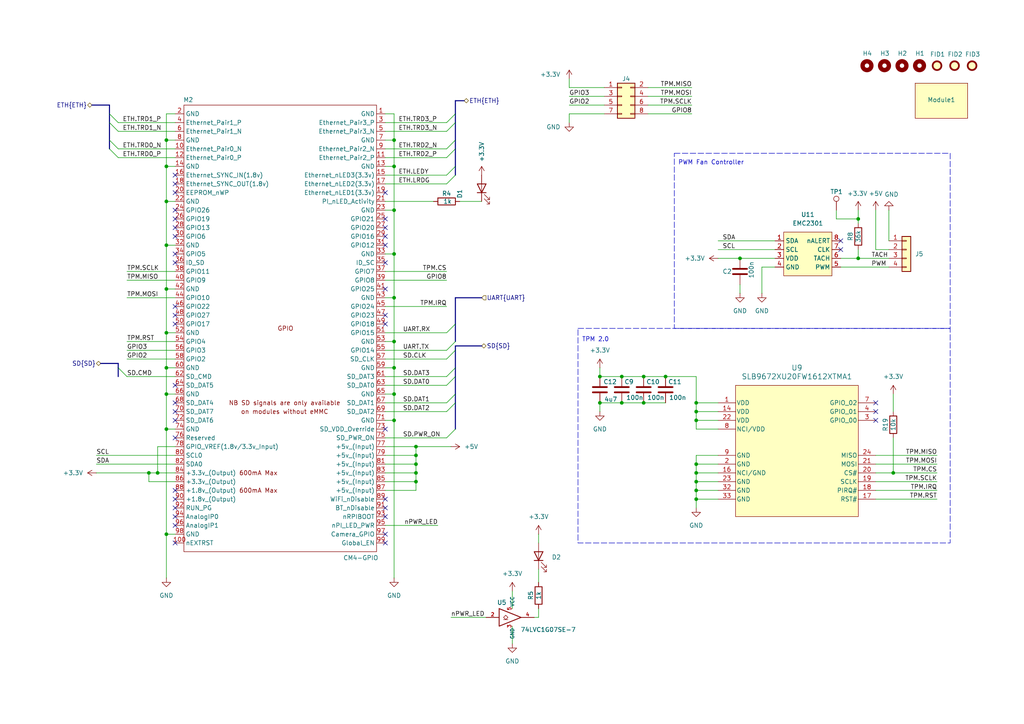
<source format=kicad_sch>
(kicad_sch (version 20250114) (generator "eeschema") (generator_version "9.0")
  (paper "A4")
  (title_block (title "HomeLabIO") (rev "v0.3"))
  (lib_symbols
    (symbol "Hardware Components:74LVC1G07SE-7"
      (property "Reference" "U" (at -3.048 4.318 0))
      (property "Value" "74LVC1G07SE-7" (at 10.414 -3.556 0))
      (symbol "74LVC1G07SE-7_1_1"
        (pin input line (at -7.62 0 0) (length 3.81) (name "~") (number "2"))
        (pin power_in line (at 0 2.54 90) (length 0) (name "VCC") (number "5"))
        (pin power_in line (at 0 -2.54 270) (length 0) (name "GND") (number "3"))
        (pin open_collector line (at 6.35 0 180) (length 3.81) (name "~") (number "4"))
      )
    )
    (symbol "Hardware Components:C_100n_0402_16V" (pin_numbers (hide yes)) (pin_names (offset 0.254))
      (property "Reference" "C" (at -3.302 0 90))
      (property "Value" "100n" (at 3.302 0 90))
      (symbol "C_100n_0402_16V_1_1"
        (pin passive line (at 0 3.81 270) (length 2.794) (name "~") (number "1"))
        (pin passive line (at 0 -3.81 90) (length 2.794) (name "~") (number "2"))
      )
    )
    (symbol "Hardware Components:C_4u7_0402_16V" (pin_numbers (hide yes)) (pin_names (offset 0.254))
      (property "Reference" "C" (at -3.556 0 90))
      (property "Value" "4u7" (at 3.556 0 90))
      (symbol "C_4u7_0402_16V_1_1"
        (pin passive line (at 0 3.81 270) (length 2.794) (name "~") (number "1"))
        (pin passive line (at 0 -3.81 90) (length 2.794) (name "~") (number "2"))
      )
    )
    (symbol "Hardware Components:Compute-Module-4_GPIO"
      (property "Reference" "M" (at -28.702 66.04 0))
      (property "Value" "Compute-Module-4_GPIO" (at 13.462 -65.786 0))
      (symbol "Compute-Module-4_GPIO_1_0"
        (text "GPIO" (at 0.254 0 0) (effects (font (size 1.27 1.27))))
      )
      (symbol "Compute-Module-4_GPIO_1_1"
        (text "600mA Max" (at -7.62 -41.91 0) (effects (font (size 1.27 1.27))))
        (text "600mA Max" (at -7.62 -46.99 0) (effects (font (size 1.27 1.27))))
        (text "NB SD signals are only available" (at 0 -21.59 0) (effects (font (size 1.27 1.27))))
        (text "on modules without eMMC" (at 0 -24.13 0) (effects (font (size 1.27 1.27))))
        (pin power_in line (at -31.75 62.23 0) (length 2.54) (name "GND") (number "2"))
        (pin passive line (at -31.75 59.69 0) (length 2.54) (name "Ethernet_Pair1_P") (number "4"))
        (pin passive line (at -31.75 57.15 0) (length 2.54) (name "Ethernet_Pair1_N") (number "6"))
        (pin power_in line (at -31.75 54.61 0) (length 2.54) (name "GND") (number "8"))
        (pin passive line (at -31.75 52.07 0) (length 2.54) (name "Ethernet_Pair0_N") (number "10"))
        (pin passive line (at -31.75 49.53 0) (length 2.54) (name "Ethernet_Pair0_P") (number "12"))
        (pin power_in line (at -31.75 46.99 0) (length 2.54) (name "GND") (number "14"))
        (pin input line (at -31.75 44.45 0) (length 2.54) (name "Ethernet_SYNC_IN(1.8v)") (number "16"))
        (pin input line (at -31.75 41.91 0) (length 2.54) (name "Ethernet_SYNC_OUT(1.8v)") (number "18"))
        (pin passive line (at -31.75 39.37 0) (length 2.54) (name "EEPROM_nWP") (number "20"))
        (pin power_in line (at -31.75 36.83 0) (length 2.54) (name "GND") (number "22"))
        (pin passive line (at -31.75 34.29 0) (length 2.54) (name "GPIO26") (number "24"))
        (pin passive line (at -31.75 31.75 0) (length 2.54) (name "GPIO19") (number "26"))
        (pin passive line (at -31.75 29.21 0) (length 2.54) (name "GPIO13") (number "28"))
        (pin passive line (at -31.75 26.67 0) (length 2.54) (name "GPIO6") (number "30"))
        (pin power_in line (at -31.75 24.13 0) (length 2.54) (name "GND") (number "32"))
        (pin passive line (at -31.75 21.59 0) (length 2.54) (name "GPIO5") (number "34"))
        (pin passive line (at -31.75 19.05 0) (length 2.54) (name "ID_SD") (number "36"))
        (pin passive line (at -31.75 16.51 0) (length 2.54) (name "GPIO11") (number "38"))
        (pin passive line (at -31.75 13.97 0) (length 2.54) (name "GPIO9") (number "40"))
        (pin power_in line (at -31.75 11.43 0) (length 2.54) (name "GND") (number "42"))
        (pin passive line (at -31.75 8.89 0) (length 2.54) (name "GPIO10") (number "44"))
        (pin passive line (at -31.75 6.35 0) (length 2.54) (name "GPIO22") (number "46"))
        (pin passive line (at -31.75 3.81 0) (length 2.54) (name "GPIO27") (number "48"))
        (pin passive line (at -31.75 1.27 0) (length 2.54) (name "GPIO17") (number "50"))
        (pin power_in line (at -31.75 -1.27 0) (length 2.54) (name "GND") (number "52"))
        (pin passive line (at -31.75 -3.81 0) (length 2.54) (name "GPIO4") (number "54"))
        (pin passive line (at -31.75 -6.35 0) (length 2.54) (name "GPIO3") (number "56"))
        (pin passive line (at -31.75 -8.89 0) (length 2.54) (name "GPIO2") (number "58"))
        (pin power_in line (at -31.75 -11.43 0) (length 2.54) (name "GND") (number "60"))
        (pin passive line (at -31.75 -13.97 0) (length 2.54) (name "SD_CMD") (number "62"))
        (pin passive line (at -31.75 -16.51 0) (length 2.54) (name "SD_DAT5") (number "64"))
        (pin power_in line (at -31.75 -19.05 0) (length 2.54) (name "GND") (number "66"))
        (pin passive line (at -31.75 -21.59 0) (length 2.54) (name "SD_DAT4") (number "68"))
        (pin passive line (at -31.75 -24.13 0) (length 2.54) (name "SD_DAT7") (number "70"))
        (pin passive line (at -31.75 -26.67 0) (length 2.54) (name "SD_DAT6") (number "72"))
        (pin power_in line (at -31.75 -29.21 0) (length 2.54) (name "GND") (number "74"))
        (pin passive line (at -31.75 -31.75 0) (length 2.54) (name "Reserved") (number "76"))
        (pin power_in line (at -31.75 -34.29 0) (length 2.54) (name "GPIO_VREF(1.8v/3.3v_Input)") (number "78"))
        (pin passive line (at -31.75 -36.83 0) (length 2.54) (name "SCL0") (number "80"))
        (pin passive line (at -31.75 -39.37 0) (length 2.54) (name "SDA0") (number "82"))
        (pin power_out line (at -31.75 -41.91 0) (length 2.54) (name "+3.3v_(Output)") (number "84"))
        (pin power_out line (at -31.75 -44.45 0) (length 2.54) (name "+3.3v_(Output)") (number "86"))
        (pin power_out line (at -31.75 -46.99 0) (length 2.54) (name "+1.8v_(Output)") (number "88"))
        (pin power_out line (at -31.75 -49.53 0) (length 2.54) (name "+1.8v_(Output)") (number "90"))
        (pin passive line (at -31.75 -52.07 0) (length 2.54) (name "RUN_PG") (number "92"))
        (pin passive line (at -31.75 -54.61 0) (length 2.54) (name "AnalogIP0") (number "94"))
        (pin passive line (at -31.75 -57.15 0) (length 2.54) (name "AnalogIP1") (number "96"))
        (pin power_in line (at -31.75 -59.69 0) (length 2.54) (name "GND") (number "98"))
        (pin output line (at -31.75 -62.23 0) (length 2.54) (name "nEXTRST") (number "100"))
        (pin power_in line (at 29.21 62.23 180) (length 2.54) (name "GND") (number "1"))
        (pin passive line (at 29.21 59.69 180) (length 2.54) (name "Ethernet_Pair3_P") (number "3"))
        (pin passive line (at 29.21 57.15 180) (length 2.54) (name "Ethernet_Pair3_N") (number "5"))
        (pin power_in line (at 29.21 54.61 180) (length 2.54) (name "GND") (number "7"))
        (pin passive line (at 29.21 52.07 180) (length 2.54) (name "Ethernet_Pair2_N") (number "9"))
        (pin passive line (at 29.21 49.53 180) (length 2.54) (name "Ethernet_Pair2_P") (number "11"))
        (pin power_in line (at 29.21 46.99 180) (length 2.54) (name "GND") (number "13"))
        (pin output line (at 29.21 44.45 180) (length 2.54) (name "Ethernet_nLED3(3.3v)") (number "15"))
        (pin output line (at 29.21 41.91 180) (length 2.54) (name "Ethernet_nLED2(3.3v)") (number "17"))
        (pin output line (at 29.21 39.37 180) (length 2.54) (name "Ethernet_nLED1(3.3v)") (number "19"))
        (pin open_collector line (at 29.21 36.83 180) (length 2.54) (name "PI_nLED_Activity") (number "21"))
        (pin power_in line (at 29.21 34.29 180) (length 2.54) (name "GND") (number "23"))
        (pin passive line (at 29.21 31.75 180) (length 2.54) (name "GPIO21") (number "25"))
        (pin passive line (at 29.21 29.21 180) (length 2.54) (name "GPIO20") (number "27"))
        (pin passive line (at 29.21 26.67 180) (length 2.54) (name "GPIO16") (number "29"))
        (pin passive line (at 29.21 24.13 180) (length 2.54) (name "GPIO12") (number "31"))
        (pin power_in line (at 29.21 21.59 180) (length 2.54) (name "GND") (number "33"))
        (pin passive line (at 29.21 19.05 180) (length 2.54) (name "ID_SC") (number "35"))
        (pin passive line (at 29.21 16.51 180) (length 2.54) (name "GPIO7") (number "37"))
        (pin passive line (at 29.21 13.97 180) (length 2.54) (name "GPIO8") (number "39"))
        (pin passive line (at 29.21 11.43 180) (length 2.54) (name "GPIO25") (number "41"))
        (pin power_in line (at 29.21 8.89 180) (length 2.54) (name "GND") (number "43"))
        (pin passive line (at 29.21 6.35 180) (length 2.54) (name "GPIO24") (number "45"))
        (pin passive line (at 29.21 3.81 180) (length 2.54) (name "GPIO23") (number "47"))
        (pin passive line (at 29.21 1.27 180) (length 2.54) (name "GPIO18") (number "49"))
        (pin passive line (at 29.21 -1.27 180) (length 2.54) (name "GPIO15") (number "51"))
        (pin power_in line (at 29.21 -3.81 180) (length 2.54) (name "GND") (number "53"))
        (pin passive line (at 29.21 -6.35 180) (length 2.54) (name "GPIO14") (number "55"))
        (pin passive line (at 29.21 -8.89 180) (length 2.54) (name "SD_CLK") (number "57"))
        (pin power_in line (at 29.21 -11.43 180) (length 2.54) (name "GND") (number "59"))
        (pin passive line (at 29.21 -13.97 180) (length 2.54) (name "SD_DAT3") (number "61"))
        (pin passive line (at 29.21 -16.51 180) (length 2.54) (name "SD_DAT0") (number "63"))
        (pin power_in line (at 29.21 -19.05 180) (length 2.54) (name "GND") (number "65"))
        (pin passive line (at 29.21 -21.59 180) (length 2.54) (name "SD_DAT1") (number "67"))
        (pin passive line (at 29.21 -24.13 180) (length 2.54) (name "SD_DAT2") (number "69"))
        (pin power_in line (at 29.21 -26.67 180) (length 2.54) (name "GND") (number "71"))
        (pin input line (at 29.21 -29.21 180) (length 2.54) (name "SD_VDD_Override") (number "73"))
        (pin output line (at 29.21 -31.75 180) (length 2.54) (name "SD_PWR_ON") (number "75"))
        (pin power_in line (at 29.21 -34.29 180) (length 2.54) (name "+5v_(Input)") (number "77"))
        (pin power_in line (at 29.21 -36.83 180) (length 2.54) (name "+5v_(Input)") (number "79"))
        (pin power_in line (at 29.21 -39.37 180) (length 2.54) (name "+5v_(Input)") (number "81"))
        (pin power_in line (at 29.21 -41.91 180) (length 2.54) (name "+5v_(Input)") (number "83"))
        (pin power_in line (at 29.21 -44.45 180) (length 2.54) (name "+5v_(Input)") (number "85"))
        (pin power_in line (at 29.21 -46.99 180) (length 2.54) (name "+5v_(Input)") (number "87"))
        (pin power_in line (at 29.21 -49.53 180) (length 2.54) (name "WiFi_nDisable") (number "89"))
        (pin power_in line (at 29.21 -52.07 180) (length 2.54) (name "BT_nDisable") (number "91"))
        (pin input line (at 29.21 -54.61 180) (length 2.54) (name "nRPIBOOT") (number "93"))
        (pin output line (at 29.21 -57.15 180) (length 2.54) (name "nPI_LED_PWR") (number "95"))
        (pin passive line (at 29.21 -59.69 180) (length 2.54) (name "Camera_GPIO") (number "97"))
        (pin input line (at 29.21 -62.23 180) (length 2.54) (name "Global_EN") (number "99"))
      )
    )
    (symbol "Hardware Components:Compute-Module-4_H1" (in_bom no)
      (property "Reference" "M" (at 0 0.254 0))
    )
    (symbol "Hardware Components:Conn_PinHeader_1x04_P2.54mm_Horizontal_Latch" (pin_names (offset 1.016) (hide yes))
      (property "Reference" "J" (at 2.54 -1.2699 0))
      (symbol "Conn_PinHeader_1x04_P2.54mm_Horizontal_Latch_1_1"
        (pin passive line (at -5.08 2.54 0) (length 3.81) (name "Pin_1") (number "1"))
        (pin passive line (at -5.08 0 0) (length 3.81) (name "Pin_2") (number "2"))
        (pin passive line (at -5.08 -2.54 0) (length 3.81) (name "Pin_3") (number "3"))
        (pin passive line (at -5.08 -5.08 0) (length 3.81) (name "Pin_4") (number "4"))
      )
    )
    (symbol "Hardware Components:Conn_PinHeader_2x04_P2.54mm_Vertical" (pin_names (offset 1.016) (hide yes))
      (property "Reference" "J4" (at 1.27 5.08 0))
      (symbol "Conn_PinHeader_2x04_P2.54mm_Vertical_1_1"
        (pin passive line (at -5.08 2.54 0) (length 3.81) (name "Pin_1") (number "1"))
        (pin passive line (at -5.08 0 0) (length 3.81) (name "Pin_3") (number "3"))
        (pin passive line (at -5.08 -2.54 0) (length 3.81) (name "Pin_5") (number "5"))
        (pin passive line (at -5.08 -5.08 0) (length 3.81) (name "Pin_7") (number "7"))
        (pin passive line (at 7.62 2.54 180) (length 3.81) (name "Pin_2") (number "2"))
        (pin passive line (at 7.62 0 180) (length 3.81) (name "Pin_4") (number "4"))
        (pin passive line (at 7.62 -2.54 180) (length 3.81) (name "Pin_6") (number "6"))
        (pin passive line (at 7.62 -5.08 180) (length 3.81) (name "Pin_8") (number "8"))
      )
    )
    (symbol "Hardware Components:Driver_EMC2301"
      (property "Reference" "U" (at -7.62 13.97 0))
      (property "Value" "EMC2301" (at -1.27 -1.27 0))
      (symbol "Driver_EMC2301_0_0"
        (pin open_collector line (at -11.43 10.16 0) (length 2.54) (name "SDA") (number "1"))
        (pin open_collector line (at -11.43 7.62 0) (length 2.54) (name "SCL") (number "2"))
        (pin power_in line (at -11.43 5.08 0) (length 2.54) (name "VDD") (number "3"))
        (pin power_in line (at -11.43 2.54 0) (length 2.54) (name "GND") (number "4"))
        (pin open_collector line (at 7.62 10.16 180) (length 2.54) (name "nALERT") (number "8"))
        (pin input line (at 7.62 7.62 180) (length 2.54) (name "CLK") (number "7"))
        (pin input line (at 7.62 5.08 180) (length 2.54) (name "TACH") (number "6"))
        (pin output line (at 7.62 2.54 180) (length 2.54) (name "PWM") (number "5"))
      )
    )
    (symbol "Hardware Components:LED_G_0603_LTST-C191KGKT" (pin_numbers (hide yes)) (pin_names (hide yes))
      (property "Reference" "D" (at -0.508 2.794 0))
      (symbol "LED_G_0603_LTST-C191KGKT_1_1"
        (pin passive line (at -3.81 0 0) (length 2.54) (name "K") (number "1"))
        (pin passive line (at 3.81 0 180) (length 2.54) (name "A") (number "2"))
      )
    )
    (symbol "Hardware Components:LED_R_0603_LTST-C191KRKT" (pin_numbers (hide yes)) (pin_names (hide yes))
      (property "Reference" "D" (at -0.3174 -3.81 90))
      (symbol "LED_R_0603_LTST-C191KRKT_1_1"
        (pin passive line (at -3.81 0 0) (length 2.54) (name "K") (number "1"))
        (pin passive line (at 3.81 0 180) (length 2.54) (name "A") (number "2"))
      )
    )
    (symbol "Hardware Components:R_10k_0402_50V" (pin_numbers (hide yes)) (pin_names (offset 0))
      (property "Reference" "R" (at 0 0 90))
      (property "Value" "10k" (at 2.286 0 90))
      (symbol "R_10k_0402_50V_1_1"
        (pin passive line (at 0 3.81 270) (length 1.27) (name "~") (number "1"))
        (pin passive line (at 0 -3.81 90) (length 1.27) (name "~") (number "2"))
      )
    )
    (symbol "Hardware Components:R_1k_0402_75V" (pin_numbers (hide yes)) (pin_names (offset 0))
      (property "Reference" "R" (at 0 0 90))
      (property "Value" "1k" (at 2.032 0 90))
      (symbol "R_1k_0402_75V_1_1"
        (pin passive line (at 0 3.81 270) (length 1.27) (name "~") (number "1"))
        (pin passive line (at 0 -3.81 90) (length 1.27) (name "~") (number "2"))
      )
    )
    (symbol "Hardware Components:R_36k_0402_50V" (pin_numbers (hide yes)) (pin_names (offset 0))
      (property "Reference" "R" (at -2.286 0 90))
      (property "Value" "36k" (at 0 0 90))
      (symbol "R_36k_0402_50V_1_1"
        (pin passive line (at 0 3.81 270) (length 1.27) (name "~") (number "1"))
        (pin passive line (at 0 -3.81 90) (length 1.27) (name "~") (number "2"))
      )
    )
    (symbol "Hardware Components:SLB9672XU20FW1610XTMA1" (pin_names (offset 0.254))
      (property "Reference" "U" (at 0 24.13 0))
      (property "Value" "SLB9672XU20FW1612XTMA1" (at 0 21.59 0))
      (symbol "SLB9672XU20FW1610XTMA1_0_1"
        (pin power_in line (at -22.86 13.97 0) (length 5.08) (name "VDD") (number "1"))
        (pin power_in line (at -22.86 11.43 0) (length 5.08) (name "VDD") (number "14"))
        (pin power_in line (at -22.86 8.89 0) (length 5.08) (name "VDD") (number "22"))
        (pin unspecified line (at -22.86 6.35 0) (length 5.08) (name "NCI/VDD") (number "8"))
        (pin power_out line (at -22.86 -1.27 0) (length 5.08) (name "GND") (number "9"))
        (pin power_out line (at -22.86 -3.81 0) (length 5.08) (name "GND") (number "2"))
        (pin unspecified line (at -22.86 -6.35 0) (length 5.08) (name "NCI/GND") (number "16"))
        (pin power_out line (at -22.86 -8.89 0) (length 5.08) (name "GND") (number "23"))
        (pin power_out line (at -22.86 -11.43 0) (length 5.08) (name "GND") (number "32"))
        (pin bidirectional line (at 22.86 13.97 180) (length 5.08) (name "GPIO_02") (number "7"))
        (pin bidirectional line (at 22.86 11.43 180) (length 5.08) (name "GPIO_01") (number "4"))
        (pin bidirectional line (at 22.86 8.89 180) (length 5.08) (name "GPIO_00") (number "3"))
        (pin output line (at 22.86 -1.27 180) (length 5.08) (name "MISO") (number "24"))
        (pin input line (at 22.86 -3.81 180) (length 5.08) (name "MOSI") (number "21"))
        (pin input line (at 22.86 -6.35 180) (length 5.08) (name "CS#") (number "20"))
        (pin input line (at 22.86 -8.89 180) (length 5.08) (name "SCLK") (number "19"))
        (pin output line (at 22.86 -11.43 180) (length 5.08) (name "PIRQ#") (number "18"))
        (pin input line (at 22.86 -13.97 180) (length 5.08) (name "RST#") (number "17"))
      )
      (symbol "SLB9672XU20FW1610XTMA1_1_1"
        (pin power_out line (at -22.86 -13.97 0) (length 5.08) (name "GND") (number "33"))
      )
    )
    (symbol "HomeLabIO:TestPoint" (pin_numbers (hide yes)) (pin_names (offset 0.762) (hide yes))
      (property "Reference" "TP" (at 0 6.858 0))
      (property "Value" "TestPoint" (at 0 5.08 0))
      (symbol "TestPoint_1_1"
        (pin passive line (at 0 0 90) (length 2.54) (name "1") (number "1"))
      )
    )
    (symbol "Mechanical:Fiducial" (exclude_from_sim yes) (in_bom no)
      (property "Reference" "FID" (at 0 5.08 0))
      (property "Value" "Fiducial" (at 0 3.175 0))
    )
    (symbol "Mechanical:MountingHole" (pin_names (offset 1.016)) (exclude_from_sim yes) (in_bom no)
      (property "Reference" "H" (at 0 5.08 0))
      (property "Value" "MountingHole" (at 0 3.175 0))
    )
    (symbol "power:+3.3V" (power) (pin_numbers (hide yes)) (pin_names (offset 0) (hide yes))
      (property "Value" "+3.3V" (at 0 3.556 0))
      (symbol "+3.3V_1_1"
        (pin power_in line (at 0 0 90) (length 0) (name "~") (number "1"))
      )
    )
    (symbol "power:+5V" (power) (pin_numbers (hide yes)) (pin_names (offset 0) (hide yes))
      (property "Value" "+5V" (at 0 3.556 0))
      (symbol "+5V_1_1"
        (pin power_in line (at 0 0 90) (length 0) (name "~") (number "1"))
      )
    )
    (symbol "power:GND" (power) (pin_numbers (hide yes)) (pin_names (offset 0) (hide yes))
      (property "Value" "GND" (at 0 -3.81 0))
      (symbol "GND_1_1"
        (pin power_in line (at 0 0 270) (length 0) (name "~") (number "1"))
      )
    )
  )
  (bus_alias "ETH" (members "TRD0_P" "TRD0_N" "TRD1_P" "TRD1_N" "TRD2_P" "TRD2_N" "TRD3_P" "TRD3_N" "LEDY" "LRDG"))
  (bus_alias "SD" (members "DAT0" "DAT1" "DAT2" "DAT3" "CMD" "CLK" "PWR_ON"))
  (rectangle (start 195.58 44.45) (end 275.59 95.25) (stroke (width 0) (type dash)))
  (rectangle (start 167.64 95.25) (end 275.59 157.48) (stroke (width 0) (type dash)))
  (text "PWM Fan Controller" (at 206.248 47.244 0) (effects (font (size 1.27 1.27))))
  (text "TPM 2.0" (at 172.72 98.552 0) (effects (font (size 1.27 1.27))))
  (junction (at 48.26 48.26))
  (junction (at 114.3 60.96))
  (junction (at 120.65 137.16))
  (junction (at 114.3 114.3))
  (junction (at 48.26 96.52))
  (junction (at 48.26 124.46))
  (junction (at 193.04 109.22))
  (junction (at 248.92 63.5))
  (junction (at 48.26 154.94))
  (junction (at 114.3 86.36))
  (junction (at 48.26 114.3))
  (junction (at 114.3 106.68))
  (junction (at 180.34 116.84))
  (junction (at 48.26 58.42))
  (junction (at 45.72 137.16))
  (junction (at 114.3 48.26))
  (junction (at 48.26 71.12))
  (junction (at 186.69 109.22))
  (junction (at 114.3 121.92))
  (junction (at 259.08 137.16))
  (junction (at 201.93 144.78))
  (junction (at 43.18 137.16))
  (junction (at 173.99 109.22))
  (junction (at 120.65 134.62))
  (junction (at 173.99 116.84))
  (junction (at 48.26 83.82))
  (junction (at 120.65 129.54))
  (junction (at 201.93 134.62))
  (junction (at 201.93 119.38))
  (junction (at 201.93 142.24))
  (junction (at 214.63 74.93))
  (junction (at 114.3 40.64))
  (junction (at 186.69 116.84))
  (junction (at 248.92 74.93))
  (junction (at 201.93 121.92))
  (junction (at 48.26 40.64))
  (junction (at 201.93 137.16))
  (junction (at 201.93 116.84))
  (junction (at 120.65 132.08))
  (junction (at 201.93 139.7))
  (junction (at 120.65 139.7))
  (junction (at 180.34 109.22))
  (junction (at 114.3 99.06))
  (junction (at 114.3 73.66))
  (junction (at 48.26 106.68))
  (no_connect (at 254 116.84))
  (no_connect (at 50.8 91.44))
  (no_connect (at 50.8 111.76))
  (no_connect (at 111.76 157.48))
  (no_connect (at 243.84 69.85))
  (no_connect (at 50.8 73.66))
  (no_connect (at 111.76 91.44))
  (no_connect (at 111.76 147.32))
  (no_connect (at 50.8 93.98))
  (no_connect (at 50.8 53.34))
  (no_connect (at 50.8 68.58))
  (no_connect (at 111.76 154.94))
  (no_connect (at 111.76 144.78))
  (no_connect (at 111.76 149.86))
  (no_connect (at 254 121.92))
  (no_connect (at 111.76 76.2))
  (no_connect (at 50.8 66.04))
  (no_connect (at 50.8 116.84))
  (no_connect (at 50.8 147.32))
  (no_connect (at 50.8 149.86))
  (no_connect (at 50.8 142.24))
  (no_connect (at 111.76 55.88))
  (no_connect (at 111.76 63.5))
  (no_connect (at 50.8 152.4))
  (no_connect (at 111.76 66.04))
  (no_connect (at 50.8 127))
  (no_connect (at 50.8 88.9))
  (no_connect (at 111.76 71.12))
  (no_connect (at 50.8 119.38))
  (no_connect (at 50.8 63.5))
  (no_connect (at 111.76 83.82))
  (no_connect (at 111.76 93.98))
  (no_connect (at 243.84 72.39))
  (no_connect (at 111.76 124.46))
  (no_connect (at 111.76 68.58))
  (no_connect (at 50.8 76.2))
  (no_connect (at 50.8 55.88))
  (no_connect (at 50.8 144.78))
  (no_connect (at 50.8 50.8))
  (no_connect (at 254 119.38))
  (no_connect (at 50.8 121.92))
  (no_connect (at 50.8 60.96))
  (no_connect (at 50.8 157.48))
  (bus_entry (at 31.75 40.64) (size 2.54 2.54))
  (bus_entry (at 132.08 35.56) (size -2.54 2.54))
  (bus_entry (at 132.08 116.84) (size -2.54 2.54))
  (bus_entry (at 132.08 101.6) (size -2.54 2.54))
  (bus_entry (at 132.08 114.3) (size -2.54 2.54))
  (bus_entry (at 132.08 40.64) (size -2.54 2.54))
  (bus_entry (at 132.08 124.46) (size -2.54 2.54))
  (bus_entry (at 31.75 43.18) (size 2.54 2.54))
  (bus_entry (at 132.08 106.68) (size -2.54 2.54))
  (bus_entry (at 132.08 33.02) (size -2.54 2.54))
  (bus_entry (at 132.08 93.98) (size -2.54 2.54))
  (bus_entry (at 132.08 50.8) (size -2.54 2.54))
  (bus_entry (at 34.29 106.68) (size 2.54 2.54))
  (bus_entry (at 132.08 48.26) (size -2.54 2.54))
  (bus_entry (at 31.75 33.02) (size 2.54 2.54))
  (bus_entry (at 132.08 43.18) (size -2.54 2.54))
  (bus_entry (at 132.08 109.22) (size -2.54 2.54))
  (bus_entry (at 31.75 35.56) (size 2.54 2.54))
  (bus_entry (at 132.08 99.06) (size -2.54 2.54))
  (wire (pts (xy 120.65 142.24) (xy 120.65 139.7)))
  (wire (pts (xy 248.92 60.96) (xy 248.92 63.5)))
  (wire (pts (xy 111.76 119.38) (xy 129.54 119.38)))
  (bus (pts (xy 132.08 100.33) (xy 139.7 100.33)))
  (bus (pts (xy 132.08 35.56) (xy 132.08 40.64)))
  (wire (pts (xy 165.1 25.4) (xy 175.26 25.4)))
  (wire (pts (xy 45.72 129.54) (xy 45.72 137.16)))
  (wire (pts (xy 111.76 40.64) (xy 114.3 40.64)))
  (wire (pts (xy 259.08 127) (xy 259.08 137.16)))
  (wire (pts (xy 187.96 30.48) (xy 200.66 30.48)))
  (wire (pts (xy 201.93 144.78) (xy 201.93 147.32)))
  (wire (pts (xy 254 144.78) (xy 271.78 144.78)))
  (wire (pts (xy 156.21 165.1) (xy 156.21 168.91)))
  (wire (pts (xy 254 132.08) (xy 271.78 132.08)))
  (wire (pts (xy 248.92 63.5) (xy 248.92 64.77)))
  (bus (pts (xy 132.08 48.26) (xy 132.08 50.8)))
  (wire (pts (xy 201.93 121.92) (xy 208.28 121.92)))
  (wire (pts (xy 214.63 82.55) (xy 214.63 85.09)))
  (wire (pts (xy 50.8 124.46) (xy 48.26 124.46)))
  (wire (pts (xy 201.93 139.7) (xy 201.93 142.24)))
  (wire (pts (xy 254 139.7) (xy 271.78 139.7)))
  (wire (pts (xy 48.26 96.52) (xy 48.26 106.68)))
  (wire (pts (xy 208.28 69.85) (xy 224.79 69.85)))
  (wire (pts (xy 201.93 144.78) (xy 208.28 144.78)))
  (wire (pts (xy 111.76 106.68) (xy 114.3 106.68)))
  (wire (pts (xy 111.76 78.74) (xy 129.54 78.74)))
  (wire (pts (xy 254 134.62) (xy 271.78 134.62)))
  (wire (pts (xy 36.83 109.22) (xy 50.8 109.22)))
  (wire (pts (xy 48.26 154.94) (xy 50.8 154.94)))
  (wire (pts (xy 111.76 73.66) (xy 114.3 73.66)))
  (wire (pts (xy 36.83 86.36) (xy 50.8 86.36)))
  (wire (pts (xy 243.84 74.93) (xy 248.92 74.93)))
  (wire (pts (xy 111.76 127) (xy 129.54 127)))
  (wire (pts (xy 43.18 137.16) (xy 45.72 137.16)))
  (wire (pts (xy 173.99 116.84) (xy 180.34 116.84)))
  (wire (pts (xy 48.26 106.68) (xy 48.26 114.3)))
  (bus (pts (xy 29.21 105.41) (xy 34.29 105.41)))
  (wire (pts (xy 48.26 106.68) (xy 50.8 106.68)))
  (wire (pts (xy 259.08 137.16) (xy 271.78 137.16)))
  (wire (pts (xy 201.93 132.08) (xy 201.93 134.62)))
  (wire (pts (xy 248.92 74.93) (xy 257.81 74.93)))
  (wire (pts (xy 254 137.16) (xy 259.08 137.16)))
  (wire (pts (xy 114.3 106.68) (xy 114.3 114.3)))
  (wire (pts (xy 48.26 83.82) (xy 48.26 96.52)))
  (wire (pts (xy 48.26 71.12) (xy 48.26 83.82)))
  (wire (pts (xy 48.26 96.52) (xy 50.8 96.52)))
  (bus (pts (xy 132.08 101.6) (xy 132.08 100.33)))
  (wire (pts (xy 111.76 121.92) (xy 114.3 121.92)))
  (wire (pts (xy 36.83 99.06) (xy 50.8 99.06)))
  (wire (pts (xy 133.35 58.42) (xy 139.7 58.42)))
  (wire (pts (xy 208.28 74.93) (xy 214.63 74.93)))
  (wire (pts (xy 48.26 58.42) (xy 50.8 58.42)))
  (bus (pts (xy 26.67 30.48) (xy 31.75 30.48)))
  (wire (pts (xy 201.93 134.62) (xy 201.93 137.16)))
  (wire (pts (xy 201.93 134.62) (xy 208.28 134.62)))
  (wire (pts (xy 27.94 132.08) (xy 50.8 132.08)))
  (bus (pts (xy 132.08 116.84) (xy 132.08 114.3)))
  (wire (pts (xy 34.29 35.56) (xy 50.8 35.56)))
  (wire (pts (xy 111.76 50.8) (xy 129.54 50.8)))
  (wire (pts (xy 114.3 73.66) (xy 114.3 86.36)))
  (wire (pts (xy 111.76 134.62) (xy 120.65 134.62)))
  (bus (pts (xy 132.08 33.02) (xy 132.08 35.56)))
  (wire (pts (xy 180.34 109.22) (xy 173.99 109.22)))
  (wire (pts (xy 148.59 171.45) (xy 148.59 176.53)))
  (wire (pts (xy 111.76 114.3) (xy 114.3 114.3)))
  (wire (pts (xy 48.26 58.42) (xy 48.26 71.12)))
  (wire (pts (xy 201.93 116.84) (xy 208.28 116.84)))
  (bus (pts (xy 34.29 106.68) (xy 34.29 109.22)))
  (wire (pts (xy 201.93 142.24) (xy 208.28 142.24)))
  (wire (pts (xy 201.93 119.38) (xy 201.93 116.84)))
  (wire (pts (xy 48.26 83.82) (xy 50.8 83.82)))
  (wire (pts (xy 48.26 48.26) (xy 48.26 58.42)))
  (wire (pts (xy 180.34 116.84) (xy 186.69 116.84)))
  (bus (pts (xy 31.75 35.56) (xy 31.75 40.64)))
  (wire (pts (xy 201.93 139.7) (xy 208.28 139.7)))
  (wire (pts (xy 120.65 134.62) (xy 120.65 137.16)))
  (wire (pts (xy 50.8 139.7) (xy 43.18 139.7)))
  (bus (pts (xy 31.75 33.02) (xy 31.75 35.56)))
  (wire (pts (xy 165.1 33.02) (xy 175.26 33.02)))
  (wire (pts (xy 111.76 132.08) (xy 120.65 132.08)))
  (wire (pts (xy 111.76 142.24) (xy 120.65 142.24)))
  (wire (pts (xy 34.29 43.18) (xy 50.8 43.18)))
  (wire (pts (xy 111.76 109.22) (xy 129.54 109.22)))
  (wire (pts (xy 111.76 104.14) (xy 129.54 104.14)))
  (bus (pts (xy 31.75 40.64) (xy 31.75 43.18)))
  (wire (pts (xy 114.3 99.06) (xy 114.3 106.68)))
  (wire (pts (xy 111.76 96.52) (xy 129.54 96.52)))
  (wire (pts (xy 114.3 114.3) (xy 114.3 121.92)))
  (wire (pts (xy 187.96 27.94) (xy 200.66 27.94)))
  (wire (pts (xy 34.29 38.1) (xy 50.8 38.1)))
  (wire (pts (xy 48.26 33.02) (xy 48.26 40.64)))
  (wire (pts (xy 111.76 53.34) (xy 129.54 53.34)))
  (wire (pts (xy 130.81 179.07) (xy 140.97 179.07)))
  (wire (pts (xy 257.81 72.39) (xy 254 72.39)))
  (wire (pts (xy 224.79 72.39) (xy 208.28 72.39)))
  (wire (pts (xy 180.34 109.22) (xy 186.69 109.22)))
  (wire (pts (xy 193.04 109.22) (xy 201.93 109.22)))
  (wire (pts (xy 111.76 43.18) (xy 129.54 43.18)))
  (wire (pts (xy 27.94 137.16) (xy 43.18 137.16)))
  (wire (pts (xy 114.3 33.02) (xy 114.3 40.64)))
  (wire (pts (xy 111.76 33.02) (xy 114.3 33.02)))
  (wire (pts (xy 48.26 48.26) (xy 50.8 48.26)))
  (wire (pts (xy 36.83 104.14) (xy 50.8 104.14)))
  (wire (pts (xy 114.3 60.96) (xy 114.3 73.66)))
  (wire (pts (xy 114.3 40.64) (xy 114.3 48.26)))
  (wire (pts (xy 120.65 129.54) (xy 130.81 129.54)))
  (wire (pts (xy 36.83 78.74) (xy 50.8 78.74)))
  (bus (pts (xy 132.08 114.3) (xy 132.08 109.22)))
  (wire (pts (xy 111.76 35.56) (xy 129.54 35.56)))
  (wire (pts (xy 201.93 142.24) (xy 201.93 144.78)))
  (wire (pts (xy 254 60.96) (xy 254 72.39)))
  (wire (pts (xy 120.65 134.62) (xy 120.65 132.08)))
  (wire (pts (xy 111.76 111.76) (xy 129.54 111.76)))
  (wire (pts (xy 111.76 152.4) (xy 127 152.4)))
  (wire (pts (xy 111.76 139.7) (xy 120.65 139.7)))
  (wire (pts (xy 111.76 60.96) (xy 114.3 60.96)))
  (wire (pts (xy 186.69 116.84) (xy 193.04 116.84)))
  (bus (pts (xy 132.08 124.46) (xy 132.08 116.84)))
  (wire (pts (xy 165.1 25.4) (xy 165.1 22.86)))
  (bus (pts (xy 132.08 40.64) (xy 132.08 43.18)))
  (wire (pts (xy 148.59 181.61) (xy 148.59 186.69)))
  (wire (pts (xy 111.76 101.6) (xy 129.54 101.6)))
  (wire (pts (xy 111.76 81.28) (xy 129.54 81.28)))
  (wire (pts (xy 111.76 88.9) (xy 129.54 88.9)))
  (wire (pts (xy 45.72 137.16) (xy 50.8 137.16)))
  (wire (pts (xy 220.98 85.09) (xy 220.98 77.47)))
  (wire (pts (xy 36.83 81.28) (xy 50.8 81.28)))
  (wire (pts (xy 114.3 48.26) (xy 114.3 60.96)))
  (wire (pts (xy 111.76 129.54) (xy 120.65 129.54)))
  (bus (pts (xy 31.75 30.48) (xy 31.75 33.02)))
  (wire (pts (xy 48.26 154.94) (xy 48.26 167.64)))
  (wire (pts (xy 214.63 74.93) (xy 224.79 74.93)))
  (wire (pts (xy 111.76 99.06) (xy 114.3 99.06)))
  (wire (pts (xy 50.8 33.02) (xy 48.26 33.02)))
  (wire (pts (xy 111.76 58.42) (xy 125.73 58.42)))
  (wire (pts (xy 248.92 72.39) (xy 248.92 74.93)))
  (wire (pts (xy 165.1 30.48) (xy 175.26 30.48)))
  (wire (pts (xy 165.1 35.56) (xy 165.1 33.02)))
  (wire (pts (xy 187.96 25.4) (xy 200.66 25.4)))
  (wire (pts (xy 48.26 114.3) (xy 48.26 124.46)))
  (wire (pts (xy 201.93 124.46) (xy 201.93 121.92)))
  (bus (pts (xy 132.08 99.06) (xy 132.08 93.98)))
  (bus (pts (xy 132.08 29.21) (xy 134.62 29.21)))
  (wire (pts (xy 120.65 132.08) (xy 120.65 129.54)))
  (wire (pts (xy 48.26 114.3) (xy 50.8 114.3)))
  (bus (pts (xy 34.29 106.68) (xy 34.29 105.41)))
  (wire (pts (xy 165.1 27.94) (xy 175.26 27.94)))
  (wire (pts (xy 208.28 124.46) (xy 201.93 124.46)))
  (wire (pts (xy 201.93 119.38) (xy 208.28 119.38)))
  (bus (pts (xy 132.08 29.21) (xy 132.08 33.02)))
  (wire (pts (xy 208.28 132.08) (xy 201.93 132.08)))
  (wire (pts (xy 201.93 137.16) (xy 201.93 139.7)))
  (wire (pts (xy 187.96 33.02) (xy 200.66 33.02)))
  (bus (pts (xy 132.08 93.98) (xy 132.08 86.36)))
  (bus (pts (xy 132.08 86.36) (xy 139.7 86.36)))
  (wire (pts (xy 243.84 77.47) (xy 257.81 77.47)))
  (wire (pts (xy 48.26 40.64) (xy 50.8 40.64)))
  (bus (pts (xy 132.08 43.18) (xy 132.08 48.26)))
  (wire (pts (xy 27.94 134.62) (xy 50.8 134.62)))
  (bus (pts (xy 132.08 106.68) (xy 132.08 101.6)))
  (wire (pts (xy 242.57 60.96) (xy 242.57 63.5)))
  (wire (pts (xy 50.8 129.54) (xy 45.72 129.54)))
  (wire (pts (xy 111.76 45.72) (xy 129.54 45.72)))
  (wire (pts (xy 154.94 179.07) (xy 156.21 179.07)))
  (wire (pts (xy 201.93 121.92) (xy 201.93 119.38)))
  (wire (pts (xy 34.29 45.72) (xy 50.8 45.72)))
  (wire (pts (xy 173.99 106.68) (xy 173.99 109.22)))
  (wire (pts (xy 48.26 71.12) (xy 50.8 71.12)))
  (wire (pts (xy 242.57 63.5) (xy 248.92 63.5)))
  (wire (pts (xy 111.76 38.1) (xy 129.54 38.1)))
  (wire (pts (xy 111.76 48.26) (xy 114.3 48.26)))
  (wire (pts (xy 193.04 109.22) (xy 186.69 109.22)))
  (wire (pts (xy 114.3 86.36) (xy 114.3 99.06)))
  (wire (pts (xy 156.21 154.94) (xy 156.21 157.48)))
  (wire (pts (xy 259.08 114.3) (xy 259.08 119.38)))
  (wire (pts (xy 111.76 137.16) (xy 120.65 137.16)))
  (wire (pts (xy 201.93 137.16) (xy 208.28 137.16)))
  (wire (pts (xy 120.65 137.16) (xy 120.65 139.7)))
  (wire (pts (xy 220.98 77.47) (xy 224.79 77.47)))
  (wire (pts (xy 48.26 40.64) (xy 48.26 48.26)))
  (wire (pts (xy 114.3 121.92) (xy 114.3 167.64)))
  (bus (pts (xy 132.08 109.22) (xy 132.08 106.68)))
  (wire (pts (xy 43.18 139.7) (xy 43.18 137.16)))
  (wire (pts (xy 111.76 116.84) (xy 129.54 116.84)))
  (wire (pts (xy 156.21 179.07) (xy 156.21 176.53)))
  (wire (pts (xy 201.93 116.84) (xy 201.93 109.22)))
  (wire (pts (xy 36.83 101.6) (xy 50.8 101.6)))
  (wire (pts (xy 257.81 60.96) (xy 257.81 69.85)))
  (wire (pts (xy 173.99 116.84) (xy 173.99 119.38)))
  (wire (pts (xy 254 142.24) (xy 271.78 142.24)))
  (wire (pts (xy 48.26 124.46) (xy 48.26 154.94)))
  (wire (pts (xy 111.76 86.36) (xy 114.3 86.36)))
  (label "TPM.CS" (at 271.78 137.16 180))
  (label "ETH.TRD1_N" (at 35.56 38.1 0))
  (label "GPIO2" (at 165.1 30.48 0))
  (label "ETH.TRD3_P" (at 115.57 35.56 0))
  (label "TPM.MOSI" (at 200.66 27.94 180))
  (label "SCL" (at 27.94 132.08 0))
  (label "UART.TX" (at 116.84 101.6 0))
  (label "ETH.TRD2_P" (at 115.57 45.72 0))
  (label "TPM.MISO" (at 271.78 132.08 180))
  (label "SD.DAT1" (at 116.84 116.84 0))
  (label "SD.CLK" (at 116.84 104.14 0))
  (label "TPM.MOSI" (at 271.78 134.62 180))
  (label "GPIO2" (at 36.83 104.14 0))
  (label "SDA" (at 209.55 69.85 0))
  (label "UART.RX" (at 116.84 96.52 0))
  (label "SD.DAT3" (at 116.84 109.22 0))
  (label "ETH.LRDG" (at 115.57 53.34 0))
  (label "GPIO8" (at 129.54 81.28 180))
  (label "TACH" (at 252.73 74.93 0))
  (label "SD.CMD" (at 36.83 109.22 0))
  (label "SCL" (at 209.55 72.39 0))
  (label "TPM.SCLK" (at 36.83 78.74 0))
  (label "TPM.CS" (at 129.54 78.74 180))
  (label "TPM.RST" (at 271.78 144.78 180))
  (label "GPIO3" (at 165.1 27.94 0))
  (label "TPM.IRQ" (at 129.54 88.9 180))
  (label "TPM.SCLK" (at 200.66 30.48 180))
  (label "TPM.MISO" (at 36.83 81.28 0))
  (label "ETH.TRD3_N" (at 115.57 38.1 0))
  (label "SD.PWR_ON" (at 116.84 127 0))
  (label "GPIO3" (at 36.83 101.6 0))
  (label "TPM.MISO" (at 200.66 25.4 180))
  (label "ETH.LEDY" (at 115.57 50.8 0))
  (label "PWM" (at 252.73 77.47 0))
  (label "ETH.TRD2_N" (at 115.57 43.18 0))
  (label "GPIO8" (at 200.66 33.02 180))
  (label "ETH.TRD0_P" (at 35.56 45.72 0))
  (label "TPM.IRQ" (at 271.78 142.24 180))
  (label "TPM.RST" (at 36.83 99.06 0))
  (label "nPWR_LED" (at 130.81 179.07 0))
  (label "nPWR_LED" (at 127 152.4 180))
  (label "SDA" (at 27.94 134.62 0))
  (label "SD.DAT2" (at 116.84 119.38 0))
  (label "SD.DAT0" (at 116.84 111.76 0))
  (label "ETH.TRD1_P" (at 35.56 35.56 0))
  (label "ETH.TRD0_N" (at 35.56 43.18 0))
  (label "TPM.MOSI" (at 36.83 86.36 0))
  (label "TPM.SCLK" (at 271.78 139.7 180))
  (hierarchical_label "ETH{ETH}" (shape bidirectional) (at 134.62 29.21 0))
  (hierarchical_label "UART{UART}" (shape input) (at 139.7 86.36 0))
  (hierarchical_label "ETH{ETH}" (shape bidirectional) (at 26.67 30.48 180))
  (hierarchical_label "SD{SD}" (shape bidirectional) (at 139.7 100.33 0))
  (hierarchical_label "SD{SD}" (shape bidirectional) (at 29.21 105.41 180))
  (symbol (lib_id "Hardware Components:74LVC1G07SE-7") (at 148.59 179.07 0) (unit 1)
    (property "Reference" "U5" (at 145.542 174.752 0))
    (property "Value" "74LVC1G07SE-7" (at 159.004 182.626 0))
    (property "Footprint" "Hardware Components:SOT-353_SC-70-5" (effects (hide yes)))
    (property "Datasheet" "http://www.ti.com/lit/sg/scyt129e/scyt129e.pdf" (effects (hide yes)))
    (property "Description" "Single Buffer Gate w/ Open Drain, Low-Voltage CMOS" (effects (hide yes)))
    (property "MPN" "74LVC1G07SE-7" (effects (hide yes)))
    (property "Manufacturer" "Diodes Incorporated" (effects (hide yes)))
    (property "JLCPCB Part #" "C67531" (effects (hide yes)))
  )
  (symbol (lib_id "Mechanical:Fiducial") (at 281.94 19.05 0) (unit 1) (exclude_from_sim yes) (in_bom no)
    (property "Reference" "FID3" (at 279.908 15.748 0) (effects (justify left)))
    (property "Value" "Fiducial" (effects (hide yes)))
    (property "Footprint" "Fiducial:Fiducial_1mm_Mask2mm" (effects (hide yes)))
    (property "Description" "Fiducial Marker" (effects (hide yes)))
  )
  (symbol (lib_id "Hardware Components:C_100n_0402_16V") (at 193.04 113.03 0) (unit 1)
    (property "Reference" "C11" (at 193.802 110.744 0) (effects (justify left)))
    (property "Value" "100n" (at 194.056 115.316 0) (effects (justify left)))
    (property "Footprint" "Hardware Components:C_0402_1005Metric" (effects (hide yes)))
    (property "Datasheet" "https://www.lcsc.com/datasheet/lcsc_datasheet_2304140030_Samsung-Electro-Mechanics-CL05B104KO5NNNC_C1525.pdf" (effects (hide yes)))
    (property "Description" "16V 100nF X7R ±10% 0402 Multilayer Ceramic Capacitors MLCC - SMD/SMT ROHS" (effects (hide yes)))
    (property "MPN" "CL05B104KO5NNNC" (effects (hide yes)))
    (property "Manufacturer" "Samsung Electro-Mechanics" (effects (hide yes)))
    (property "JLCPCB Part #" "C1525" (effects (hide yes)))
  )
  (symbol (lib_id "Mechanical:Fiducial") (at 271.78 19.05 0) (unit 1) (exclude_from_sim yes) (in_bom no)
    (property "Reference" "FID1" (at 269.748 15.748 0) (effects (justify left)))
    (property "Value" "Fiducial" (effects (hide yes)))
    (property "Footprint" "Fiducial:Fiducial_1mm_Mask2mm" (effects (hide yes)))
    (property "Description" "Fiducial Marker" (effects (hide yes)))
  )
  (symbol (lib_id "Mechanical:MountingHole") (at 256.54 19.05 0) (unit 1) (exclude_from_sim yes) (in_bom no)
    (property "Reference" "H3" (at 255.27 15.494 0) (effects (justify left)))
    (property "Value" "MountingHole" (effects (hide yes)))
    (property "Footprint" "MountingHole:MountingHole_3.2mm_M3_Pad" (effects (hide yes)))
    (property "Description" "Mounting Hole without connection" (effects (hide yes)))
  )
  (symbol (lib_id "Hardware Components:R_36k_0402_50V") (at 248.92 68.58 0) (unit 1)
    (property "Reference" "R8" (at 246.634 68.58 90))
    (property "Value" "36k" (at 248.92 68.58 90))
    (property "Footprint" "Hardware Components:R_0402_1005Metric" (effects (hide yes)))
    (property "Datasheet" "https://www.lcsc.com/datasheet/lcsc_datasheet_2304140030_YAGEO-RC0402FR-0736KL_C137999.pdf" (effects (hide yes)))
    (property "Description" "62.5mW Thick Film Resistors 50V ±100ppm/℃ ±1% 36kΩ 0402 Chip Resistor - Surface Mount ROHS" (effects (hide yes)))
    (property "MPN" "RC0402FR-0736KL" (effects (hide yes)))
    (property "Manufacturer" "YAGEO" (effects (hide yes)))
    (property "JLCPCB Part #" "C137999" (effects (hide yes)))
  )
  (symbol (lib_id "power:+3.3V") (at 248.92 60.96 0) (unit 1)
    (property "Reference" "#PWR040" (effects (hide yes)))
    (property "Value" "+3.3V" (at 248.666 56.134 0))
    (property "Description" "Power symbol creates a global label with name \"+3.3V\"" (effects (hide yes)))
  )
  (symbol (lib_id "Hardware Components:C_4u7_0402_16V") (at 173.99 113.03 0) (unit 1)
    (property "Reference" "C12" (at 175.006 110.744 0) (effects (justify left)))
    (property "Value" "4u7" (at 175.26 115.824 0) (effects (justify left)))
    (property "Footprint" "Hardware Components:C_0402_1005Metric" (effects (hide yes)))
    (property "Datasheet" "https://wmsc.lcsc.com/wmsc/upload/file/pdf/v2/lcsc/2207071030_Samsung-Electro-Mechanics-CL05A475MO5NUNC_C318563.pdf" (effects (hide yes)))
    (property "Description" "16V 4.7uF X5R ±20% 0402  Multilayer Ceramic Capacitors MLCC - SMD/SMT ROHS" (effects (hide yes)))
    (property "MPN" "CL05A475MO5NUNC" (effects (hide yes)))
    (property "Manufacturer" "Samsung Electro-Mechanics" (effects (hide yes)))
    (property "JLCPCB Part #" "C318563" (effects (hide yes)))
  )
  (symbol (lib_id "Mechanical:MountingHole") (at 266.7 19.05 0) (unit 1) (exclude_from_sim yes) (in_bom no)
    (property "Reference" "H1" (at 265.43 15.494 0) (effects (justify left)))
    (property "Value" "MountingHole" (effects (hide yes)))
    (property "Footprint" "MountingHole:MountingHole_3.2mm_M3_Pad" (effects (hide yes)))
    (property "Description" "Mounting Hole without connection" (effects (hide yes)))
  )
  (symbol (lib_id "power:GND") (at 257.81 60.96 180) (unit 1)
    (property "Reference" "#PWR037" (effects (hide yes)))
    (property "Value" "GND" (at 256.54 56.388 0) (effects (justify right)))
    (property "Description" "Power symbol creates a global label with name \"GND\" , ground" (effects (hide yes)))
  )
  (symbol (lib_id "Mechanical:MountingHole") (at 261.62 19.05 0) (unit 1) (exclude_from_sim yes) (in_bom no)
    (property "Reference" "H2" (at 260.35 15.494 0) (effects (justify left)))
    (property "Value" "MountingHole" (effects (hide yes)))
    (property "Footprint" "MountingHole:MountingHole_3.2mm_M3_Pad" (effects (hide yes)))
    (property "Description" "Mounting Hole without connection" (effects (hide yes)))
  )
  (symbol (lib_id "Hardware Components:Conn_PinHeader_2x04_P2.54mm_Vertical") (at 180.34 27.94 0) (unit 1)
    (property "Reference" "J4" (at 181.61 22.86 0))
    (property "Value" "Conn_02x04_Odd_Even" (effects (hide yes)))
    (property "Footprint" "Hardware Components:Conn_PinHeader_2x04_P2.54mm_Vertical" (effects (hide yes)))
    (property "Datasheet" "https://jlcpcb.com/api/file/downloadByFileSystemAccessId/8588888830455779328" (effects (hide yes)))
    (property "Description" "Direct Insert Policy 2.5mm 8P 6mm -40℃~+105℃ 3mm 2.54mm Double Row Black Brass 2x4P 2.54mm Plugin,P=2.54mm Pin Headers ROHS" (effects (hide yes)))
    (property "Manufacturer" "XFCN" (effects (hide yes)))
    (property "MPN" "PZ254V-12-8P" (effects (hide yes)))
    (property "JLCPCB Part #" "C492421" (effects (hide yes)))
  )
  (symbol (lib_id "power:GND") (at 114.3 167.64 0) (unit 1)
    (property "Reference" "#PWR09" (effects (hide yes)))
    (property "Value" "GND" (at 114.3 172.72 0))
    (property "Description" "Power symbol creates a global label with name \"GND\" , ground" (effects (hide yes)))
  )
  (symbol (lib_id "Mechanical:MountingHole") (at 251.46 19.05 0) (unit 1) (exclude_from_sim yes) (in_bom no)
    (property "Reference" "H4" (at 250.19 15.494 0) (effects (justify left)))
    (property "Value" "MountingHole" (effects (hide yes)))
    (property "Footprint" "MountingHole:MountingHole_3.2mm_M3_Pad" (effects (hide yes)))
    (property "Description" "Mounting Hole without connection" (effects (hide yes)))
  )
  (symbol (lib_id "Hardware Components:Compute-Module-4_H1") (at 273.05 29.21 0) (unit 1) (in_bom no)
    (property "Reference" "Module1" (at 273.05 28.956 0))
    (property "Value" "ComputeModule4-CM4" (effects (hide yes)))
    (property "Footprint" "Hardware Components:Compute-Module-4-H1" (effects (hide yes)))
    (property "Datasheet" "https://datasheets.raspberrypi.com/cm4/cm4-datasheet.pdf" (effects (hide yes)))
    (property "Manufacturer" "Rapberry Pi" (effects (hide yes)))
    (property "JLCPCB Part #" "C597931" (effects (hide yes)))
    (property "MPN" "SC0294" (effects (hide yes)))
  )
  (symbol (lib_id "Hardware Components:Driver_EMC2301") (at 236.22 80.01 0) (unit 1)
    (property "Reference" "U11" (at 234.315 62.23 0))
    (property "Value" "EMC2301" (at 234.315 64.77 0))
    (property "Footprint" "Hardware Components:MSOP8_MC_MCH" (effects (hide yes)))
    (property "Datasheet" "https://www.lcsc.com/datasheet/lcsc_datasheet_1804162330_Microchip-Tech-EMC2301-1-ACZL-TR_C148036.pdf" (effects (hide yes)))
    (property "Description" "MSOP-8 Brushed DC Motor Drivers ROHS" (effects (hide yes)))
    (property "MPN" "EMC2301-1-ACZL-TR" (effects (hide yes)))
    (property "Manufacturer" "Microchip Tech" (effects (hide yes)))
    (property "JLCPCB Part #" "C148036" (effects (hide yes)))
  )
  (symbol (lib_id "power:+3.3V") (at 173.99 106.68 0) (unit 1)
    (property "Reference" "#PWR032" (effects (hide yes)))
    (property "Value" "+3.3V" (at 173.99 101.6 0))
    (property "Description" "Power symbol creates a global label with name \"+3.3V\"" (effects (hide yes)))
  )
  (symbol (lib_id "Hardware Components:C_100n_0402_16V") (at 214.63 78.74 0) (unit 1)
    (property "Reference" "C2" (at 209.55 78.74 0) (effects (justify left)))
    (property "Value" "100n" (at 217.932 80.772 90) (effects (justify left)))
    (property "Footprint" "Hardware Components:C_0402_1005Metric" (effects (hide yes)))
    (property "Datasheet" "https://www.lcsc.com/datasheet/lcsc_datasheet_2304140030_Samsung-Electro-Mechanics-CL05B104KO5NNNC_C1525.pdf" (effects (hide yes)))
    (property "Description" "16V 100nF X7R ±10% 0402 Multilayer Ceramic Capacitors MLCC - SMD/SMT ROHS" (effects (hide yes)))
    (property "MPN" "CL05B104KO5NNNC" (effects (hide yes)))
    (property "Manufacturer" "Samsung Electro-Mechanics" (effects (hide yes)))
    (property "JLCPCB Part #" "C1525" (effects (hide yes)))
  )
  (symbol (lib_id "Hardware Components:Compute-Module-4_GPIO") (at 82.55 95.25 0) (unit 1)
    (property "Reference" "M2" (at 54.61 28.956 0))
    (property "Value" "CM4-GPIO" (at 104.648 161.798 0))
    (property "Footprint" "Hardware Components:Conn_Socket_HIROSE_DF40_2x50_DF40C-100DS-0.4V" (effects (hide yes)))
    (property "Datasheet" "https://jlcpcb.com/api/file/downloadByFileSystemAccessId/8588893400955834368" (effects (hide yes)))
    (property "Description" "-35℃~+85℃ 0.4mm 2 300mA Gold Surface Mount,Vertical SMD,P=0.4mm Board-to-Board and Backplane Connector ROHS" (effects (hide yes)))
    (property "Manufacturer" "Hirose" (effects (hide yes)))
    (property "MPN" "DF40C-100DS-0.4V(51)" (effects (hide yes)))
    (property "JLCPCB Part #" "C597931" (effects (hide yes)))
  )
  (symbol (lib_id "Mechanical:Fiducial") (at 276.86 19.05 0) (unit 1) (exclude_from_sim yes) (in_bom no)
    (property "Reference" "FID2" (at 274.828 15.748 0) (effects (justify left)))
    (property "Value" "Fiducial" (effects (hide yes)))
    (property "Footprint" "Fiducial:Fiducial_1mm_Mask2mm" (effects (hide yes)))
    (property "Description" "Fiducial Marker" (effects (hide yes)))
  )
  (symbol (lib_id "power:+3.3V") (at 139.7 50.8 0) (unit 1)
    (property "Reference" "#PWR014" (effects (hide yes)))
    (property "Value" "+3.3V" (at 139.6999 46.99 90) (effects (justify left)))
    (property "Description" "Power symbol creates a global label with name \"+3.3V\"" (effects (hide yes)))
  )
  (symbol (lib_id "power:+3.3V") (at 148.59 171.45 0) (unit 1)
    (property "Reference" "#PWR015" (effects (hide yes)))
    (property "Value" "+3.3V" (at 148.59 166.37 0))
    (property "Description" "Power symbol creates a global label with name \"+3.3V\"" (effects (hide yes)))
  )
  (symbol (lib_id "power:GND") (at 148.59 186.69 0) (unit 1)
    (property "Reference" "#PWR016" (effects (hide yes)))
    (property "Value" "GND" (at 148.59 191.77 0))
    (property "Description" "Power symbol creates a global label with name \"GND\" , ground" (effects (hide yes)))
  )
  (symbol (lib_id "power:GND") (at 201.93 147.32 0) (unit 1)
    (property "Reference" "#PWR031" (effects (hide yes)))
    (property "Value" "GND" (at 201.93 152.4 0))
    (property "Description" "Power symbol creates a global label with name \"GND\" , ground" (effects (hide yes)))
  )
  (symbol (lib_id "Hardware Components:SLB9672XU20FW1610XTMA1") (at 231.14 130.81 0) (unit 1)
    (property "Reference" "U9" (at 231.14 106.68 0) (effects (font (size 1.524 1.524))))
    (property "Value" "SLB9672XU20FW1612XTMA1" (at 231.14 109.22 0) (effects (font (size 1.524 1.524))))
    (property "Footprint" "Hardware Components:UQFN-32-1" (effects (hide yes)))
    (property "Datasheet" "https://jlcpcb.com/api/file/downloadByFileSystemAccessId/8604315075494617088" (effects (hide yes)))
    (property "Description" "UQFN-32-1 Security Verification / Encryption ICs ROHS" (effects (hide yes)))
    (property "Manufacturer" "Infineon Technologies" (effects (hide yes)))
    (property "MPN" "SLB9672XU20FW1612XTMA1" (effects (hide yes)))
    (property "JLCPCB Part #" "C20192441" (effects (hide yes)))
  )
  (symbol (lib_id "Hardware Components:LED_R_0603_LTST-C191KRKT") (at 156.21 161.29 90) (unit 1)
    (property "Reference" "D2" (at 160.02 161.6074 90) (effects (justify right)))
    (property "Value" "LED" (effects (hide yes)))
    (property "Footprint" "Hardware Components:LED_0603_1608Metric" (effects (hide yes)))
    (property "Datasheet" "https://www.lcsc.com/datasheet/lcsc_datasheet_1810231512_Lite-On-LTST-C191KRKT_C125099.pdf" (effects (hide yes)))
    (property "Description" "20mA 54mcd Colorless transparent lens -55℃~+85℃ 631nm Red 130° 75mW 2V 0603 LED Indication - Discrete ROHS" (effects (hide yes)))
    (property "MPN" "LTST-C191KRKT" (effects (hide yes)))
    (property "Manufacturer" "Lite-On" (effects (hide yes)))
    (property "JLCPCB Part #" "C125099" (effects (hide yes)))
  )
  (symbol (lib_id "Hardware Components:R_1k_0402_75V") (at 156.21 172.72 0) (unit 1)
    (property "Reference" "R5" (at 153.924 172.72 90))
    (property "Value" "1k" (at 156.21 172.72 90))
    (property "Footprint" "Hardware Components:R_0402_1005Metric" (effects (hide yes)))
    (property "Datasheet" "https://www.lcsc.com/datasheet/lcsc_datasheet_2304140030_KOA-Speer-Elec-RK73H1ETTP1001F_C131360.pdf" (effects (hide yes)))
    (property "Description" "100mW Thick Film Resistors 75V ±100ppm/℃ ±1% 1kΩ 0402 Chip Resistor - Surface Mount ROHS" (effects (hide yes)))
    (property "MPN" "RK73H1ETTP1001F" (effects (hide yes)))
    (property "Manufacturer" "KOA Speer Elec" (effects (hide yes)))
    (property "JLCPCB Part #" "C131360" (effects (hide yes)))
  )
  (symbol (lib_id "power:+5V") (at 130.81 129.54 270) (unit 1)
    (property "Reference" "#PWR013" (effects (hide yes)))
    (property "Value" "+5V" (at 134.62 129.5399 90) (effects (justify left)))
    (property "Description" "Power symbol creates a global label with name \"+5V\"" (effects (hide yes)))
  )
  (symbol (lib_id "power:+5V") (at 254 60.96 0) (unit 1)
    (property "Reference" "#PWR036" (effects (hide yes)))
    (property "Value" "+5V" (at 251.968 56.134 0) (effects (justify left)))
    (property "Description" "Power symbol creates a global label with name \"+5V\"" (effects (hide yes)))
  )
  (symbol (lib_id "Hardware Components:LED_G_0603_LTST-C191KGKT") (at 139.7 54.61 90) (unit 1)
    (property "Reference" "D1" (at 133.35 56.1975 0))
    (property "Value" "LED" (effects (hide yes)))
    (property "Footprint" "Hardware Components:LED_0603_1608Metric" (effects (hide yes)))
    (property "Datasheet" "https://www.lcsc.com/datasheet/lcsc_datasheet_1811100910_Lite-On-LTST-C191KGKT_C125098.pdf" (effects (hide yes)))
    (property "Description" "20mA 35mcd Colorless transparent lens -55℃~+85℃ 567.5nm~576.5nm Yellow Green 130° 75mW 2V 0603 LED Indication - Discrete ROHS" (effects (hide yes)))
    (property "MPN" "LTST-C191KGKT" (effects (hide yes)))
    (property "Manufacturer" "Lite-On" (effects (hide yes)))
    (property "JLCPCB Part #" "C125098" (effects (hide yes)))
  )
  (symbol (lib_id "HomeLabIO:TestPoint") (at 242.57 60.96 0) (unit 1) (in_bom no)
    (property "Reference" "TP1" (at 240.792 55.626 0) (effects (justify left)))
    (property "Value" "3v3" (effects (hide yes)))
    (property "Footprint" "TestPoint:TestPoint_Pad_D1.0mm" (effects (hide yes)))
    (property "Description" "test point" (effects (hide yes)))
  )
  (symbol (lib_id "power:GND") (at 165.1 35.56 0) (unit 1)
    (property "Reference" "#PWR059" (effects (hide yes)))
    (property "Value" "GND" (at 162.56 36.8301 0) (effects (justify right)))
    (property "Description" "Power symbol creates a global label with name \"GND\" , ground" (effects (hide yes)))
  )
  (symbol (lib_id "power:GND") (at 214.63 85.09 0) (unit 1)
    (property "Reference" "#PWR039" (effects (hide yes)))
    (property "Value" "GND" (at 214.63 90.17 0))
    (property "Description" "Power symbol creates a global label with name \"GND\" , ground" (effects (hide yes)))
  )
  (symbol (lib_id "Hardware Components:C_100n_0402_16V") (at 186.69 113.03 0) (unit 1)
    (property "Reference" "C10" (at 187.452 110.744 0) (effects (justify left)))
    (property "Value" "100n" (at 187.706 115.316 0) (effects (justify left)))
    (property "Footprint" "Hardware Components:C_0402_1005Metric" (effects (hide yes)))
    (property "Datasheet" "https://www.lcsc.com/datasheet/lcsc_datasheet_2304140030_Samsung-Electro-Mechanics-CL05B104KO5NNNC_C1525.pdf" (effects (hide yes)))
    (property "Description" "16V 100nF X7R ±10% 0402 Multilayer Ceramic Capacitors MLCC - SMD/SMT ROHS" (effects (hide yes)))
    (property "MPN" "CL05B104KO5NNNC" (effects (hide yes)))
    (property "Manufacturer" "Samsung Electro-Mechanics" (effects (hide yes)))
    (property "JLCPCB Part #" "C1525" (effects (hide yes)))
  )
  (symbol (lib_id "power:GND") (at 48.26 167.64 0) (unit 1)
    (property "Reference" "#PWR010" (effects (hide yes)))
    (property "Value" "GND" (at 48.26 172.72 0))
    (property "Description" "Power symbol creates a global label with name \"GND\" , ground" (effects (hide yes)))
  )
  (symbol (lib_id "Hardware Components:R_10k_0402_50V") (at 259.08 123.19 0) (unit 1)
    (property "Reference" "R19" (at 256.794 123.19 90))
    (property "Value" "10k" (at 259.08 123.19 90))
    (property "Footprint" "Hardware Components:R_0402_1005Metric" (effects (hide yes)))
    (property "Datasheet" "https://www.mouser.co.za/datasheet/2/54/cr-1858361.pdf" (effects (hide yes)))
    (property "Description" "-55℃~+155℃ 10kΩ 50V 62.5mW Thick Film Resistor ±1% ±100ppm/℃ 0402 Chip Resistor - Surface Mount ROHS" (effects (hide yes)))
    (property "MPN" "CR0402-FX-1002GLF" (effects (hide yes)))
    (property "Manufacturer" "Bourns" (effects (hide yes)))
    (property "JLCPCB Part #" "C202396" (effects (hide yes)))
  )
  (symbol (lib_id "power:+3.3V") (at 165.1 22.86 0) (unit 1)
    (property "Reference" "#PWR035" (effects (hide yes)))
    (property "Value" "+3.3V" (at 162.56 21.5901 0) (effects (justify right)))
    (property "Description" "Power symbol creates a global label with name \"+3.3V\"" (effects (hide yes)))
  )
  (symbol (lib_id "power:GND") (at 220.98 85.09 0) (unit 1)
    (property "Reference" "#PWR038" (effects (hide yes)))
    (property "Value" "GND" (at 220.98 90.17 0))
    (property "Description" "Power symbol creates a global label with name \"GND\" , ground" (effects (hide yes)))
  )
  (symbol (lib_id "power:+3.3V") (at 259.08 114.3 0) (unit 1)
    (property "Reference" "#PWR034" (effects (hide yes)))
    (property "Value" "+3.3V" (at 259.08 109.22 0))
    (property "Description" "Power symbol creates a global label with name \"+3.3V\"" (effects (hide yes)))
  )
  (symbol (lib_id "power:GND") (at 173.99 119.38 0) (unit 1)
    (property "Reference" "#PWR033" (effects (hide yes)))
    (property "Value" "GND" (at 173.99 124.46 0))
    (property "Description" "Power symbol creates a global label with name \"GND\" , ground" (effects (hide yes)))
  )
  (symbol (lib_id "Hardware Components:R_1k_0402_75V") (at 129.54 58.42 90) (unit 1)
    (property "Reference" "R4" (at 129.54 56.134 90))
    (property "Value" "1k" (at 129.794 58.42 90))
    (property "Footprint" "Hardware Components:R_0402_1005Metric" (effects (hide yes)))
    (property "Datasheet" "https://www.lcsc.com/datasheet/lcsc_datasheet_2304140030_KOA-Speer-Elec-RK73H1ETTP1001F_C131360.pdf" (effects (hide yes)))
    (property "Description" "100mW Thick Film Resistors 75V ±100ppm/℃ ±1% 1kΩ 0402 Chip Resistor - Surface Mount ROHS" (effects (hide yes)))
    (property "MPN" "RK73H1ETTP1001F" (effects (hide yes)))
    (property "Manufacturer" "KOA Speer Elec" (effects (hide yes)))
    (property "JLCPCB Part #" "C131360" (effects (hide yes)))
  )
  (symbol (lib_id "power:+3.3V") (at 208.28 74.93 90) (unit 1)
    (property "Reference" "#PWR041" (effects (hide yes)))
    (property "Value" "+3.3V" (at 204.47 74.9299 90) (effects (justify left)))
    (property "Description" "Power symbol creates a global label with name \"+3.3V\"" (effects (hide yes)))
  )
  (symbol (lib_id "power:+3.3V") (at 156.21 154.94 0) (unit 1)
    (property "Reference" "#PWR017" (effects (hide yes)))
    (property "Value" "+3.3V" (at 156.21 149.86 0))
    (property "Description" "Power symbol creates a global label with name \"+3.3V\"" (effects (hide yes)))
  )
  (symbol (lib_id "power:+3.3V") (at 27.94 137.16 90) (unit 1)
    (property "Reference" "#PWR012" (effects (hide yes)))
    (property "Value" "+3.3V" (at 24.13 137.1599 90) (effects (justify left)))
    (property "Description" "Power symbol creates a global label with name \"+3.3V\"" (effects (hide yes)))
  )
  (symbol (lib_id "Hardware Components:C_100n_0402_16V") (at 180.34 113.03 0) (unit 1)
    (property "Reference" "C9" (at 181.102 110.744 0) (effects (justify left)))
    (property "Value" "100n" (at 181.61 115.316 0) (effects (justify left)))
    (property "Footprint" "Hardware Components:C_0402_1005Metric" (effects (hide yes)))
    (property "Datasheet" "https://www.lcsc.com/datasheet/lcsc_datasheet_2304140030_Samsung-Electro-Mechanics-CL05B104KO5NNNC_C1525.pdf" (effects (hide yes)))
    (property "Description" "16V 100nF X7R ±10% 0402 Multilayer Ceramic Capacitors MLCC - SMD/SMT ROHS" (effects (hide yes)))
    (property "MPN" "CL05B104KO5NNNC" (effects (hide yes)))
    (property "Manufacturer" "Samsung Electro-Mechanics" (effects (hide yes)))
    (property "JLCPCB Part #" "C1525" (effects (hide yes)))
  )
  (symbol (lib_id "Hardware Components:Conn_PinHeader_1x04_P2.54mm_Horizontal_Latch") (at 262.89 72.39 0) (unit 1)
    (property "Reference" "J5" (at 265.43 73.6599 0) (effects (justify left)))
    (property "Value" "61900419521" (effects (hide yes)))
    (property "Footprint" "Hardware Components:Conn_PinHeader_1x04_P2.54mm_Horizontal_Latch" (effects (hide yes)))
    (property "Datasheet" "https://www.lcsc.com/datasheet/lcsc_datasheet_1811151546_TE-Connectivity-640455-4_C305862.pdf" (effects (hide yes)))
    (property "Description" "1x4P 4P 1 2.54mm 4 Brass Alloy Bend insert Push-Pull,P=2.54mm Wire To Board Connector ROHS" (effects (hide yes)))
    (property "Manufacturer" "TE Connectivity" (effects (hide yes)))
    (property "MPN" "640455-4" (effects (hide yes)))
    (property "JLCPCB Part #" "C305862" (effects (hide yes)))
  )
)
</source>
